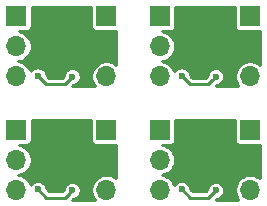
<source format=gbr>
G04 #@! TF.GenerationSoftware,KiCad,Pcbnew,5.1.4+dfsg1-1*
G04 #@! TF.CreationDate,2020-12-01T08:27:42+00:00*
G04 #@! TF.ProjectId,panel,70616e65-6c2e-46b6-9963-61645f706362,rev?*
G04 #@! TF.SameCoordinates,Original*
G04 #@! TF.FileFunction,Copper,L2,Bot*
G04 #@! TF.FilePolarity,Positive*
%FSLAX46Y46*%
G04 Gerber Fmt 4.6, Leading zero omitted, Abs format (unit mm)*
G04 Created by KiCad (PCBNEW 5.1.4+dfsg1-1) date 2020-12-01 08:27:42*
%MOMM*%
%LPD*%
G04 APERTURE LIST*
G04 #@! TA.AperFunction,ComponentPad*
%ADD10R,1.700000X1.700000*%
G04 #@! TD*
G04 #@! TA.AperFunction,ComponentPad*
%ADD11O,1.700000X1.700000*%
G04 #@! TD*
G04 #@! TA.AperFunction,ViaPad*
%ADD12C,0.600000*%
G04 #@! TD*
G04 #@! TA.AperFunction,Conductor*
%ADD13C,0.250000*%
G04 #@! TD*
G04 #@! TA.AperFunction,Conductor*
%ADD14C,0.254000*%
G04 #@! TD*
G04 APERTURE END LIST*
D10*
G04 #@! TO.P,J2,1*
G04 #@! TO.N,Board_4-+3V3*
X71050009Y-60890010D03*
D11*
G04 #@! TO.P,J2,2*
G04 #@! TO.N,Board_4-GND*
X71050009Y-63430010D03*
G04 #@! TO.P,J2,3*
G04 #@! TO.N,Board_4-INT_2*
X71050009Y-65970010D03*
G04 #@! TD*
D10*
G04 #@! TO.P,J1,1*
G04 #@! TO.N,Board_4-I2C_CLK*
X63430009Y-60890010D03*
D11*
G04 #@! TO.P,J1,2*
G04 #@! TO.N,Board_4-I2C_DATA*
X63430009Y-63430010D03*
G04 #@! TO.P,J1,3*
G04 #@! TO.N,Board_4-INT_1*
X63430009Y-65970010D03*
G04 #@! TD*
D10*
G04 #@! TO.P,J2,1*
G04 #@! TO.N,Board_3-+3V3*
X58890001Y-60890010D03*
D11*
G04 #@! TO.P,J2,2*
G04 #@! TO.N,Board_3-GND*
X58890001Y-63430010D03*
G04 #@! TO.P,J2,3*
G04 #@! TO.N,Board_3-INT_2*
X58890001Y-65970010D03*
G04 #@! TD*
D10*
G04 #@! TO.P,J1,1*
G04 #@! TO.N,Board_3-I2C_CLK*
X51270001Y-60890010D03*
D11*
G04 #@! TO.P,J1,2*
G04 #@! TO.N,Board_3-I2C_DATA*
X51270001Y-63430010D03*
G04 #@! TO.P,J1,3*
G04 #@! TO.N,Board_3-INT_1*
X51270001Y-65970010D03*
G04 #@! TD*
D10*
G04 #@! TO.P,J2,1*
G04 #@! TO.N,Board_2-+3V3*
X71050009Y-51270001D03*
D11*
G04 #@! TO.P,J2,2*
G04 #@! TO.N,Board_2-GND*
X71050009Y-53810001D03*
G04 #@! TO.P,J2,3*
G04 #@! TO.N,Board_2-INT_2*
X71050009Y-56350001D03*
G04 #@! TD*
D10*
G04 #@! TO.P,J1,1*
G04 #@! TO.N,Board_2-I2C_CLK*
X63430009Y-51270001D03*
D11*
G04 #@! TO.P,J1,2*
G04 #@! TO.N,Board_2-I2C_DATA*
X63430009Y-53810001D03*
G04 #@! TO.P,J1,3*
G04 #@! TO.N,Board_2-INT_1*
X63430009Y-56350001D03*
G04 #@! TD*
D10*
G04 #@! TO.P,J2,1*
G04 #@! TO.N,Board_1-+3V3*
X58890001Y-51270001D03*
D11*
G04 #@! TO.P,J2,2*
G04 #@! TO.N,Board_1-GND*
X58890001Y-53810001D03*
G04 #@! TO.P,J2,3*
G04 #@! TO.N,Board_1-INT_2*
X58890001Y-56350001D03*
G04 #@! TD*
D10*
G04 #@! TO.P,J1,1*
G04 #@! TO.N,Board_1-I2C_CLK*
X51270001Y-51270001D03*
D11*
G04 #@! TO.P,J1,2*
G04 #@! TO.N,Board_1-I2C_DATA*
X51270001Y-53810001D03*
G04 #@! TO.P,J1,3*
G04 #@! TO.N,Board_1-INT_1*
X51270001Y-56350001D03*
G04 #@! TD*
D12*
G04 #@! TO.N,Board_1-+3V3*
X53090001Y-56309999D03*
X55990001Y-56384991D03*
G04 #@! TO.N,Board_1-GND*
X54090001Y-52310001D03*
X56890001Y-52910001D03*
X57590001Y-55610001D03*
X54090001Y-56309993D03*
G04 #@! TO.N,Board_2-+3V3*
X65250009Y-56309999D03*
X68150009Y-56384991D03*
G04 #@! TO.N,Board_2-GND*
X66250009Y-52310001D03*
X69050009Y-52910001D03*
X69750009Y-55610001D03*
X66250009Y-56309993D03*
G04 #@! TO.N,Board_3-+3V3*
X53090001Y-65930008D03*
X55990001Y-66005000D03*
G04 #@! TO.N,Board_3-GND*
X54090001Y-61930010D03*
X56890001Y-62530010D03*
X57590001Y-65230010D03*
X54090001Y-65930002D03*
G04 #@! TO.N,Board_4-+3V3*
X65250009Y-65930008D03*
X68150009Y-66005000D03*
G04 #@! TO.N,Board_4-GND*
X66250009Y-61930010D03*
X69050009Y-62530010D03*
X69750009Y-65230010D03*
X66250009Y-65930002D03*
G04 #@! TD*
D13*
G04 #@! TO.N,Board_1-+3V3*
X55364991Y-57010001D02*
X55690002Y-56684990D01*
X55690002Y-56684990D02*
X55990001Y-56384991D01*
X53790003Y-57010001D02*
X55364991Y-57010001D01*
X53090001Y-56309999D02*
X53790003Y-57010001D01*
G04 #@! TO.N,Board_2-+3V3*
X67524999Y-57010001D02*
X67850010Y-56684990D01*
X67850010Y-56684990D02*
X68150009Y-56384991D01*
X65950011Y-57010001D02*
X67524999Y-57010001D01*
X65250009Y-56309999D02*
X65950011Y-57010001D01*
G04 #@! TO.N,Board_3-+3V3*
X55364991Y-66630010D02*
X55690002Y-66304999D01*
X55690002Y-66304999D02*
X55990001Y-66005000D01*
X53790003Y-66630010D02*
X55364991Y-66630010D01*
X53090001Y-65930008D02*
X53790003Y-66630010D01*
G04 #@! TO.N,Board_4-+3V3*
X67524999Y-66630010D02*
X67850010Y-66304999D01*
X67850010Y-66304999D02*
X68150009Y-66005000D01*
X65950011Y-66630010D02*
X67524999Y-66630010D01*
X65250009Y-65930008D02*
X65950011Y-66630010D01*
G04 #@! TD*
D14*
G04 #@! TO.N,Board_1-GND*
G36*
X57610935Y-52120001D02*
G01*
X57619179Y-52203708D01*
X57643596Y-52284197D01*
X57683246Y-52358377D01*
X57736606Y-52423396D01*
X57801625Y-52476756D01*
X57875805Y-52516406D01*
X57956294Y-52540823D01*
X58040001Y-52549067D01*
X59708001Y-52549067D01*
X59708002Y-55362051D01*
X59704041Y-55358090D01*
X59494887Y-55218338D01*
X59262488Y-55122075D01*
X59015775Y-55073001D01*
X58764227Y-55073001D01*
X58517514Y-55122075D01*
X58285115Y-55218338D01*
X58075961Y-55358090D01*
X57898090Y-55535961D01*
X57758338Y-55745115D01*
X57662075Y-55977514D01*
X57613001Y-56224227D01*
X57613001Y-56475775D01*
X57662075Y-56722488D01*
X57758338Y-56954887D01*
X57898090Y-57164041D01*
X57902050Y-57168001D01*
X55987635Y-57168001D01*
X56043645Y-57111991D01*
X56061604Y-57111991D01*
X56202059Y-57084053D01*
X56334365Y-57029250D01*
X56453437Y-56949689D01*
X56554699Y-56848427D01*
X56634260Y-56729355D01*
X56689063Y-56597049D01*
X56717001Y-56456594D01*
X56717001Y-56313388D01*
X56689063Y-56172933D01*
X56634260Y-56040627D01*
X56554699Y-55921555D01*
X56453437Y-55820293D01*
X56334365Y-55740732D01*
X56202059Y-55685929D01*
X56061604Y-55657991D01*
X55918398Y-55657991D01*
X55777943Y-55685929D01*
X55645637Y-55740732D01*
X55526565Y-55820293D01*
X55425303Y-55921555D01*
X55345742Y-56040627D01*
X55290939Y-56172933D01*
X55263001Y-56313388D01*
X55263001Y-56331347D01*
X55136347Y-56458001D01*
X54018649Y-56458001D01*
X53817001Y-56256354D01*
X53817001Y-56238396D01*
X53789063Y-56097941D01*
X53734260Y-55965635D01*
X53654699Y-55846563D01*
X53553437Y-55745301D01*
X53434365Y-55665740D01*
X53302059Y-55610937D01*
X53161604Y-55582999D01*
X53018398Y-55582999D01*
X52877943Y-55610937D01*
X52745637Y-55665740D01*
X52626565Y-55745301D01*
X52525303Y-55846563D01*
X52474919Y-55921968D01*
X52401664Y-55745115D01*
X52261912Y-55535961D01*
X52084041Y-55358090D01*
X51874887Y-55218338D01*
X51642488Y-55122075D01*
X51430967Y-55080001D01*
X51642488Y-55037927D01*
X51874887Y-54941664D01*
X52084041Y-54801912D01*
X52261912Y-54624041D01*
X52401664Y-54414887D01*
X52497927Y-54182488D01*
X52547001Y-53935775D01*
X52547001Y-53684227D01*
X52497927Y-53437514D01*
X52401664Y-53205115D01*
X52261912Y-52995961D01*
X52084041Y-52818090D01*
X51874887Y-52678338D01*
X51642488Y-52582075D01*
X51476545Y-52549067D01*
X52120001Y-52549067D01*
X52203708Y-52540823D01*
X52284197Y-52516406D01*
X52358377Y-52476756D01*
X52423396Y-52423396D01*
X52476756Y-52358377D01*
X52516406Y-52284197D01*
X52540823Y-52203708D01*
X52549067Y-52120001D01*
X52549067Y-50452001D01*
X57610935Y-50452001D01*
X57610935Y-52120001D01*
X57610935Y-52120001D01*
G37*
X57610935Y-52120001D02*
X57619179Y-52203708D01*
X57643596Y-52284197D01*
X57683246Y-52358377D01*
X57736606Y-52423396D01*
X57801625Y-52476756D01*
X57875805Y-52516406D01*
X57956294Y-52540823D01*
X58040001Y-52549067D01*
X59708001Y-52549067D01*
X59708002Y-55362051D01*
X59704041Y-55358090D01*
X59494887Y-55218338D01*
X59262488Y-55122075D01*
X59015775Y-55073001D01*
X58764227Y-55073001D01*
X58517514Y-55122075D01*
X58285115Y-55218338D01*
X58075961Y-55358090D01*
X57898090Y-55535961D01*
X57758338Y-55745115D01*
X57662075Y-55977514D01*
X57613001Y-56224227D01*
X57613001Y-56475775D01*
X57662075Y-56722488D01*
X57758338Y-56954887D01*
X57898090Y-57164041D01*
X57902050Y-57168001D01*
X55987635Y-57168001D01*
X56043645Y-57111991D01*
X56061604Y-57111991D01*
X56202059Y-57084053D01*
X56334365Y-57029250D01*
X56453437Y-56949689D01*
X56554699Y-56848427D01*
X56634260Y-56729355D01*
X56689063Y-56597049D01*
X56717001Y-56456594D01*
X56717001Y-56313388D01*
X56689063Y-56172933D01*
X56634260Y-56040627D01*
X56554699Y-55921555D01*
X56453437Y-55820293D01*
X56334365Y-55740732D01*
X56202059Y-55685929D01*
X56061604Y-55657991D01*
X55918398Y-55657991D01*
X55777943Y-55685929D01*
X55645637Y-55740732D01*
X55526565Y-55820293D01*
X55425303Y-55921555D01*
X55345742Y-56040627D01*
X55290939Y-56172933D01*
X55263001Y-56313388D01*
X55263001Y-56331347D01*
X55136347Y-56458001D01*
X54018649Y-56458001D01*
X53817001Y-56256354D01*
X53817001Y-56238396D01*
X53789063Y-56097941D01*
X53734260Y-55965635D01*
X53654699Y-55846563D01*
X53553437Y-55745301D01*
X53434365Y-55665740D01*
X53302059Y-55610937D01*
X53161604Y-55582999D01*
X53018398Y-55582999D01*
X52877943Y-55610937D01*
X52745637Y-55665740D01*
X52626565Y-55745301D01*
X52525303Y-55846563D01*
X52474919Y-55921968D01*
X52401664Y-55745115D01*
X52261912Y-55535961D01*
X52084041Y-55358090D01*
X51874887Y-55218338D01*
X51642488Y-55122075D01*
X51430967Y-55080001D01*
X51642488Y-55037927D01*
X51874887Y-54941664D01*
X52084041Y-54801912D01*
X52261912Y-54624041D01*
X52401664Y-54414887D01*
X52497927Y-54182488D01*
X52547001Y-53935775D01*
X52547001Y-53684227D01*
X52497927Y-53437514D01*
X52401664Y-53205115D01*
X52261912Y-52995961D01*
X52084041Y-52818090D01*
X51874887Y-52678338D01*
X51642488Y-52582075D01*
X51476545Y-52549067D01*
X52120001Y-52549067D01*
X52203708Y-52540823D01*
X52284197Y-52516406D01*
X52358377Y-52476756D01*
X52423396Y-52423396D01*
X52476756Y-52358377D01*
X52516406Y-52284197D01*
X52540823Y-52203708D01*
X52549067Y-52120001D01*
X52549067Y-50452001D01*
X57610935Y-50452001D01*
X57610935Y-52120001D01*
G04 #@! TO.N,Board_2-GND*
G36*
X69770943Y-52120001D02*
G01*
X69779187Y-52203708D01*
X69803604Y-52284197D01*
X69843254Y-52358377D01*
X69896614Y-52423396D01*
X69961633Y-52476756D01*
X70035813Y-52516406D01*
X70116302Y-52540823D01*
X70200009Y-52549067D01*
X71868009Y-52549067D01*
X71868010Y-55362051D01*
X71864049Y-55358090D01*
X71654895Y-55218338D01*
X71422496Y-55122075D01*
X71175783Y-55073001D01*
X70924235Y-55073001D01*
X70677522Y-55122075D01*
X70445123Y-55218338D01*
X70235969Y-55358090D01*
X70058098Y-55535961D01*
X69918346Y-55745115D01*
X69822083Y-55977514D01*
X69773009Y-56224227D01*
X69773009Y-56475775D01*
X69822083Y-56722488D01*
X69918346Y-56954887D01*
X70058098Y-57164041D01*
X70062058Y-57168001D01*
X68147643Y-57168001D01*
X68203653Y-57111991D01*
X68221612Y-57111991D01*
X68362067Y-57084053D01*
X68494373Y-57029250D01*
X68613445Y-56949689D01*
X68714707Y-56848427D01*
X68794268Y-56729355D01*
X68849071Y-56597049D01*
X68877009Y-56456594D01*
X68877009Y-56313388D01*
X68849071Y-56172933D01*
X68794268Y-56040627D01*
X68714707Y-55921555D01*
X68613445Y-55820293D01*
X68494373Y-55740732D01*
X68362067Y-55685929D01*
X68221612Y-55657991D01*
X68078406Y-55657991D01*
X67937951Y-55685929D01*
X67805645Y-55740732D01*
X67686573Y-55820293D01*
X67585311Y-55921555D01*
X67505750Y-56040627D01*
X67450947Y-56172933D01*
X67423009Y-56313388D01*
X67423009Y-56331347D01*
X67296355Y-56458001D01*
X66178657Y-56458001D01*
X65977009Y-56256354D01*
X65977009Y-56238396D01*
X65949071Y-56097941D01*
X65894268Y-55965635D01*
X65814707Y-55846563D01*
X65713445Y-55745301D01*
X65594373Y-55665740D01*
X65462067Y-55610937D01*
X65321612Y-55582999D01*
X65178406Y-55582999D01*
X65037951Y-55610937D01*
X64905645Y-55665740D01*
X64786573Y-55745301D01*
X64685311Y-55846563D01*
X64634927Y-55921968D01*
X64561672Y-55745115D01*
X64421920Y-55535961D01*
X64244049Y-55358090D01*
X64034895Y-55218338D01*
X63802496Y-55122075D01*
X63590975Y-55080001D01*
X63802496Y-55037927D01*
X64034895Y-54941664D01*
X64244049Y-54801912D01*
X64421920Y-54624041D01*
X64561672Y-54414887D01*
X64657935Y-54182488D01*
X64707009Y-53935775D01*
X64707009Y-53684227D01*
X64657935Y-53437514D01*
X64561672Y-53205115D01*
X64421920Y-52995961D01*
X64244049Y-52818090D01*
X64034895Y-52678338D01*
X63802496Y-52582075D01*
X63636553Y-52549067D01*
X64280009Y-52549067D01*
X64363716Y-52540823D01*
X64444205Y-52516406D01*
X64518385Y-52476756D01*
X64583404Y-52423396D01*
X64636764Y-52358377D01*
X64676414Y-52284197D01*
X64700831Y-52203708D01*
X64709075Y-52120001D01*
X64709075Y-50452001D01*
X69770943Y-50452001D01*
X69770943Y-52120001D01*
X69770943Y-52120001D01*
G37*
X69770943Y-52120001D02*
X69779187Y-52203708D01*
X69803604Y-52284197D01*
X69843254Y-52358377D01*
X69896614Y-52423396D01*
X69961633Y-52476756D01*
X70035813Y-52516406D01*
X70116302Y-52540823D01*
X70200009Y-52549067D01*
X71868009Y-52549067D01*
X71868010Y-55362051D01*
X71864049Y-55358090D01*
X71654895Y-55218338D01*
X71422496Y-55122075D01*
X71175783Y-55073001D01*
X70924235Y-55073001D01*
X70677522Y-55122075D01*
X70445123Y-55218338D01*
X70235969Y-55358090D01*
X70058098Y-55535961D01*
X69918346Y-55745115D01*
X69822083Y-55977514D01*
X69773009Y-56224227D01*
X69773009Y-56475775D01*
X69822083Y-56722488D01*
X69918346Y-56954887D01*
X70058098Y-57164041D01*
X70062058Y-57168001D01*
X68147643Y-57168001D01*
X68203653Y-57111991D01*
X68221612Y-57111991D01*
X68362067Y-57084053D01*
X68494373Y-57029250D01*
X68613445Y-56949689D01*
X68714707Y-56848427D01*
X68794268Y-56729355D01*
X68849071Y-56597049D01*
X68877009Y-56456594D01*
X68877009Y-56313388D01*
X68849071Y-56172933D01*
X68794268Y-56040627D01*
X68714707Y-55921555D01*
X68613445Y-55820293D01*
X68494373Y-55740732D01*
X68362067Y-55685929D01*
X68221612Y-55657991D01*
X68078406Y-55657991D01*
X67937951Y-55685929D01*
X67805645Y-55740732D01*
X67686573Y-55820293D01*
X67585311Y-55921555D01*
X67505750Y-56040627D01*
X67450947Y-56172933D01*
X67423009Y-56313388D01*
X67423009Y-56331347D01*
X67296355Y-56458001D01*
X66178657Y-56458001D01*
X65977009Y-56256354D01*
X65977009Y-56238396D01*
X65949071Y-56097941D01*
X65894268Y-55965635D01*
X65814707Y-55846563D01*
X65713445Y-55745301D01*
X65594373Y-55665740D01*
X65462067Y-55610937D01*
X65321612Y-55582999D01*
X65178406Y-55582999D01*
X65037951Y-55610937D01*
X64905645Y-55665740D01*
X64786573Y-55745301D01*
X64685311Y-55846563D01*
X64634927Y-55921968D01*
X64561672Y-55745115D01*
X64421920Y-55535961D01*
X64244049Y-55358090D01*
X64034895Y-55218338D01*
X63802496Y-55122075D01*
X63590975Y-55080001D01*
X63802496Y-55037927D01*
X64034895Y-54941664D01*
X64244049Y-54801912D01*
X64421920Y-54624041D01*
X64561672Y-54414887D01*
X64657935Y-54182488D01*
X64707009Y-53935775D01*
X64707009Y-53684227D01*
X64657935Y-53437514D01*
X64561672Y-53205115D01*
X64421920Y-52995961D01*
X64244049Y-52818090D01*
X64034895Y-52678338D01*
X63802496Y-52582075D01*
X63636553Y-52549067D01*
X64280009Y-52549067D01*
X64363716Y-52540823D01*
X64444205Y-52516406D01*
X64518385Y-52476756D01*
X64583404Y-52423396D01*
X64636764Y-52358377D01*
X64676414Y-52284197D01*
X64700831Y-52203708D01*
X64709075Y-52120001D01*
X64709075Y-50452001D01*
X69770943Y-50452001D01*
X69770943Y-52120001D01*
G04 #@! TO.N,Board_3-GND*
G36*
X57610935Y-61740010D02*
G01*
X57619179Y-61823717D01*
X57643596Y-61904206D01*
X57683246Y-61978386D01*
X57736606Y-62043405D01*
X57801625Y-62096765D01*
X57875805Y-62136415D01*
X57956294Y-62160832D01*
X58040001Y-62169076D01*
X59708001Y-62169076D01*
X59708002Y-64982060D01*
X59704041Y-64978099D01*
X59494887Y-64838347D01*
X59262488Y-64742084D01*
X59015775Y-64693010D01*
X58764227Y-64693010D01*
X58517514Y-64742084D01*
X58285115Y-64838347D01*
X58075961Y-64978099D01*
X57898090Y-65155970D01*
X57758338Y-65365124D01*
X57662075Y-65597523D01*
X57613001Y-65844236D01*
X57613001Y-66095784D01*
X57662075Y-66342497D01*
X57758338Y-66574896D01*
X57898090Y-66784050D01*
X57902050Y-66788010D01*
X55987635Y-66788010D01*
X56043645Y-66732000D01*
X56061604Y-66732000D01*
X56202059Y-66704062D01*
X56334365Y-66649259D01*
X56453437Y-66569698D01*
X56554699Y-66468436D01*
X56634260Y-66349364D01*
X56689063Y-66217058D01*
X56717001Y-66076603D01*
X56717001Y-65933397D01*
X56689063Y-65792942D01*
X56634260Y-65660636D01*
X56554699Y-65541564D01*
X56453437Y-65440302D01*
X56334365Y-65360741D01*
X56202059Y-65305938D01*
X56061604Y-65278000D01*
X55918398Y-65278000D01*
X55777943Y-65305938D01*
X55645637Y-65360741D01*
X55526565Y-65440302D01*
X55425303Y-65541564D01*
X55345742Y-65660636D01*
X55290939Y-65792942D01*
X55263001Y-65933397D01*
X55263001Y-65951356D01*
X55136347Y-66078010D01*
X54018649Y-66078010D01*
X53817001Y-65876363D01*
X53817001Y-65858405D01*
X53789063Y-65717950D01*
X53734260Y-65585644D01*
X53654699Y-65466572D01*
X53553437Y-65365310D01*
X53434365Y-65285749D01*
X53302059Y-65230946D01*
X53161604Y-65203008D01*
X53018398Y-65203008D01*
X52877943Y-65230946D01*
X52745637Y-65285749D01*
X52626565Y-65365310D01*
X52525303Y-65466572D01*
X52474919Y-65541977D01*
X52401664Y-65365124D01*
X52261912Y-65155970D01*
X52084041Y-64978099D01*
X51874887Y-64838347D01*
X51642488Y-64742084D01*
X51430967Y-64700010D01*
X51642488Y-64657936D01*
X51874887Y-64561673D01*
X52084041Y-64421921D01*
X52261912Y-64244050D01*
X52401664Y-64034896D01*
X52497927Y-63802497D01*
X52547001Y-63555784D01*
X52547001Y-63304236D01*
X52497927Y-63057523D01*
X52401664Y-62825124D01*
X52261912Y-62615970D01*
X52084041Y-62438099D01*
X51874887Y-62298347D01*
X51642488Y-62202084D01*
X51476545Y-62169076D01*
X52120001Y-62169076D01*
X52203708Y-62160832D01*
X52284197Y-62136415D01*
X52358377Y-62096765D01*
X52423396Y-62043405D01*
X52476756Y-61978386D01*
X52516406Y-61904206D01*
X52540823Y-61823717D01*
X52549067Y-61740010D01*
X52549067Y-60072010D01*
X57610935Y-60072010D01*
X57610935Y-61740010D01*
X57610935Y-61740010D01*
G37*
X57610935Y-61740010D02*
X57619179Y-61823717D01*
X57643596Y-61904206D01*
X57683246Y-61978386D01*
X57736606Y-62043405D01*
X57801625Y-62096765D01*
X57875805Y-62136415D01*
X57956294Y-62160832D01*
X58040001Y-62169076D01*
X59708001Y-62169076D01*
X59708002Y-64982060D01*
X59704041Y-64978099D01*
X59494887Y-64838347D01*
X59262488Y-64742084D01*
X59015775Y-64693010D01*
X58764227Y-64693010D01*
X58517514Y-64742084D01*
X58285115Y-64838347D01*
X58075961Y-64978099D01*
X57898090Y-65155970D01*
X57758338Y-65365124D01*
X57662075Y-65597523D01*
X57613001Y-65844236D01*
X57613001Y-66095784D01*
X57662075Y-66342497D01*
X57758338Y-66574896D01*
X57898090Y-66784050D01*
X57902050Y-66788010D01*
X55987635Y-66788010D01*
X56043645Y-66732000D01*
X56061604Y-66732000D01*
X56202059Y-66704062D01*
X56334365Y-66649259D01*
X56453437Y-66569698D01*
X56554699Y-66468436D01*
X56634260Y-66349364D01*
X56689063Y-66217058D01*
X56717001Y-66076603D01*
X56717001Y-65933397D01*
X56689063Y-65792942D01*
X56634260Y-65660636D01*
X56554699Y-65541564D01*
X56453437Y-65440302D01*
X56334365Y-65360741D01*
X56202059Y-65305938D01*
X56061604Y-65278000D01*
X55918398Y-65278000D01*
X55777943Y-65305938D01*
X55645637Y-65360741D01*
X55526565Y-65440302D01*
X55425303Y-65541564D01*
X55345742Y-65660636D01*
X55290939Y-65792942D01*
X55263001Y-65933397D01*
X55263001Y-65951356D01*
X55136347Y-66078010D01*
X54018649Y-66078010D01*
X53817001Y-65876363D01*
X53817001Y-65858405D01*
X53789063Y-65717950D01*
X53734260Y-65585644D01*
X53654699Y-65466572D01*
X53553437Y-65365310D01*
X53434365Y-65285749D01*
X53302059Y-65230946D01*
X53161604Y-65203008D01*
X53018398Y-65203008D01*
X52877943Y-65230946D01*
X52745637Y-65285749D01*
X52626565Y-65365310D01*
X52525303Y-65466572D01*
X52474919Y-65541977D01*
X52401664Y-65365124D01*
X52261912Y-65155970D01*
X52084041Y-64978099D01*
X51874887Y-64838347D01*
X51642488Y-64742084D01*
X51430967Y-64700010D01*
X51642488Y-64657936D01*
X51874887Y-64561673D01*
X52084041Y-64421921D01*
X52261912Y-64244050D01*
X52401664Y-64034896D01*
X52497927Y-63802497D01*
X52547001Y-63555784D01*
X52547001Y-63304236D01*
X52497927Y-63057523D01*
X52401664Y-62825124D01*
X52261912Y-62615970D01*
X52084041Y-62438099D01*
X51874887Y-62298347D01*
X51642488Y-62202084D01*
X51476545Y-62169076D01*
X52120001Y-62169076D01*
X52203708Y-62160832D01*
X52284197Y-62136415D01*
X52358377Y-62096765D01*
X52423396Y-62043405D01*
X52476756Y-61978386D01*
X52516406Y-61904206D01*
X52540823Y-61823717D01*
X52549067Y-61740010D01*
X52549067Y-60072010D01*
X57610935Y-60072010D01*
X57610935Y-61740010D01*
G04 #@! TO.N,Board_4-GND*
G36*
X69770943Y-61740010D02*
G01*
X69779187Y-61823717D01*
X69803604Y-61904206D01*
X69843254Y-61978386D01*
X69896614Y-62043405D01*
X69961633Y-62096765D01*
X70035813Y-62136415D01*
X70116302Y-62160832D01*
X70200009Y-62169076D01*
X71868009Y-62169076D01*
X71868010Y-64982060D01*
X71864049Y-64978099D01*
X71654895Y-64838347D01*
X71422496Y-64742084D01*
X71175783Y-64693010D01*
X70924235Y-64693010D01*
X70677522Y-64742084D01*
X70445123Y-64838347D01*
X70235969Y-64978099D01*
X70058098Y-65155970D01*
X69918346Y-65365124D01*
X69822083Y-65597523D01*
X69773009Y-65844236D01*
X69773009Y-66095784D01*
X69822083Y-66342497D01*
X69918346Y-66574896D01*
X70058098Y-66784050D01*
X70062058Y-66788010D01*
X68147643Y-66788010D01*
X68203653Y-66732000D01*
X68221612Y-66732000D01*
X68362067Y-66704062D01*
X68494373Y-66649259D01*
X68613445Y-66569698D01*
X68714707Y-66468436D01*
X68794268Y-66349364D01*
X68849071Y-66217058D01*
X68877009Y-66076603D01*
X68877009Y-65933397D01*
X68849071Y-65792942D01*
X68794268Y-65660636D01*
X68714707Y-65541564D01*
X68613445Y-65440302D01*
X68494373Y-65360741D01*
X68362067Y-65305938D01*
X68221612Y-65278000D01*
X68078406Y-65278000D01*
X67937951Y-65305938D01*
X67805645Y-65360741D01*
X67686573Y-65440302D01*
X67585311Y-65541564D01*
X67505750Y-65660636D01*
X67450947Y-65792942D01*
X67423009Y-65933397D01*
X67423009Y-65951356D01*
X67296355Y-66078010D01*
X66178657Y-66078010D01*
X65977009Y-65876363D01*
X65977009Y-65858405D01*
X65949071Y-65717950D01*
X65894268Y-65585644D01*
X65814707Y-65466572D01*
X65713445Y-65365310D01*
X65594373Y-65285749D01*
X65462067Y-65230946D01*
X65321612Y-65203008D01*
X65178406Y-65203008D01*
X65037951Y-65230946D01*
X64905645Y-65285749D01*
X64786573Y-65365310D01*
X64685311Y-65466572D01*
X64634927Y-65541977D01*
X64561672Y-65365124D01*
X64421920Y-65155970D01*
X64244049Y-64978099D01*
X64034895Y-64838347D01*
X63802496Y-64742084D01*
X63590975Y-64700010D01*
X63802496Y-64657936D01*
X64034895Y-64561673D01*
X64244049Y-64421921D01*
X64421920Y-64244050D01*
X64561672Y-64034896D01*
X64657935Y-63802497D01*
X64707009Y-63555784D01*
X64707009Y-63304236D01*
X64657935Y-63057523D01*
X64561672Y-62825124D01*
X64421920Y-62615970D01*
X64244049Y-62438099D01*
X64034895Y-62298347D01*
X63802496Y-62202084D01*
X63636553Y-62169076D01*
X64280009Y-62169076D01*
X64363716Y-62160832D01*
X64444205Y-62136415D01*
X64518385Y-62096765D01*
X64583404Y-62043405D01*
X64636764Y-61978386D01*
X64676414Y-61904206D01*
X64700831Y-61823717D01*
X64709075Y-61740010D01*
X64709075Y-60072010D01*
X69770943Y-60072010D01*
X69770943Y-61740010D01*
X69770943Y-61740010D01*
G37*
X69770943Y-61740010D02*
X69779187Y-61823717D01*
X69803604Y-61904206D01*
X69843254Y-61978386D01*
X69896614Y-62043405D01*
X69961633Y-62096765D01*
X70035813Y-62136415D01*
X70116302Y-62160832D01*
X70200009Y-62169076D01*
X71868009Y-62169076D01*
X71868010Y-64982060D01*
X71864049Y-64978099D01*
X71654895Y-64838347D01*
X71422496Y-64742084D01*
X71175783Y-64693010D01*
X70924235Y-64693010D01*
X70677522Y-64742084D01*
X70445123Y-64838347D01*
X70235969Y-64978099D01*
X70058098Y-65155970D01*
X69918346Y-65365124D01*
X69822083Y-65597523D01*
X69773009Y-65844236D01*
X69773009Y-66095784D01*
X69822083Y-66342497D01*
X69918346Y-66574896D01*
X70058098Y-66784050D01*
X70062058Y-66788010D01*
X68147643Y-66788010D01*
X68203653Y-66732000D01*
X68221612Y-66732000D01*
X68362067Y-66704062D01*
X68494373Y-66649259D01*
X68613445Y-66569698D01*
X68714707Y-66468436D01*
X68794268Y-66349364D01*
X68849071Y-66217058D01*
X68877009Y-66076603D01*
X68877009Y-65933397D01*
X68849071Y-65792942D01*
X68794268Y-65660636D01*
X68714707Y-65541564D01*
X68613445Y-65440302D01*
X68494373Y-65360741D01*
X68362067Y-65305938D01*
X68221612Y-65278000D01*
X68078406Y-65278000D01*
X67937951Y-65305938D01*
X67805645Y-65360741D01*
X67686573Y-65440302D01*
X67585311Y-65541564D01*
X67505750Y-65660636D01*
X67450947Y-65792942D01*
X67423009Y-65933397D01*
X67423009Y-65951356D01*
X67296355Y-66078010D01*
X66178657Y-66078010D01*
X65977009Y-65876363D01*
X65977009Y-65858405D01*
X65949071Y-65717950D01*
X65894268Y-65585644D01*
X65814707Y-65466572D01*
X65713445Y-65365310D01*
X65594373Y-65285749D01*
X65462067Y-65230946D01*
X65321612Y-65203008D01*
X65178406Y-65203008D01*
X65037951Y-65230946D01*
X64905645Y-65285749D01*
X64786573Y-65365310D01*
X64685311Y-65466572D01*
X64634927Y-65541977D01*
X64561672Y-65365124D01*
X64421920Y-65155970D01*
X64244049Y-64978099D01*
X64034895Y-64838347D01*
X63802496Y-64742084D01*
X63590975Y-64700010D01*
X63802496Y-64657936D01*
X64034895Y-64561673D01*
X64244049Y-64421921D01*
X64421920Y-64244050D01*
X64561672Y-64034896D01*
X64657935Y-63802497D01*
X64707009Y-63555784D01*
X64707009Y-63304236D01*
X64657935Y-63057523D01*
X64561672Y-62825124D01*
X64421920Y-62615970D01*
X64244049Y-62438099D01*
X64034895Y-62298347D01*
X63802496Y-62202084D01*
X63636553Y-62169076D01*
X64280009Y-62169076D01*
X64363716Y-62160832D01*
X64444205Y-62136415D01*
X64518385Y-62096765D01*
X64583404Y-62043405D01*
X64636764Y-61978386D01*
X64676414Y-61904206D01*
X64700831Y-61823717D01*
X64709075Y-61740010D01*
X64709075Y-60072010D01*
X69770943Y-60072010D01*
X69770943Y-61740010D01*
G04 #@! TD*
M02*

</source>
